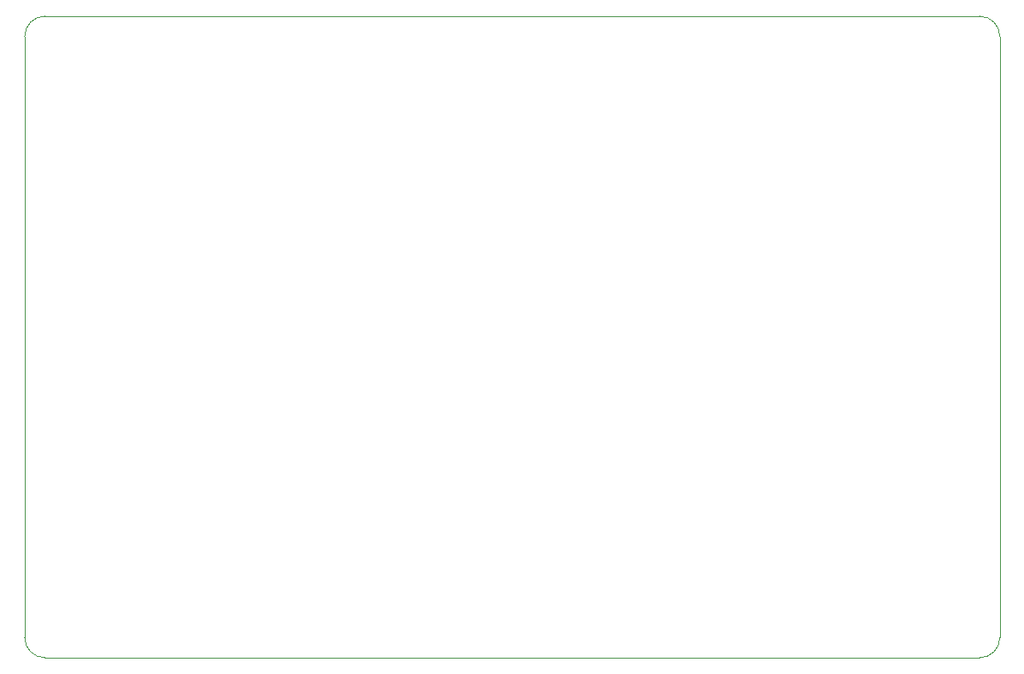
<source format=gm1>
G04 #@! TF.GenerationSoftware,KiCad,Pcbnew,8.0.2*
G04 #@! TF.CreationDate,2024-09-13T22:39:51+09:00*
G04 #@! TF.ProjectId,rp2c02-rp2040,72703263-3032-42d7-9270-323034302e6b,rev?*
G04 #@! TF.SameCoordinates,Original*
G04 #@! TF.FileFunction,Profile,NP*
%FSLAX46Y46*%
G04 Gerber Fmt 4.6, Leading zero omitted, Abs format (unit mm)*
G04 Created by KiCad (PCBNEW 8.0.2) date 2024-09-13 22:39:51*
%MOMM*%
%LPD*%
G01*
G04 APERTURE LIST*
G04 #@! TA.AperFunction,Profile*
%ADD10C,0.050000*%
G04 #@! TD*
G04 APERTURE END LIST*
D10*
X159290000Y-116840000D02*
X66770000Y-116840000D01*
X64770000Y-55340000D02*
G75*
G02*
X66770000Y-53340000I2000000J0D01*
G01*
X161290000Y-114840000D02*
G75*
G02*
X159290000Y-116840000I-2000000J0D01*
G01*
X159290000Y-53340000D02*
G75*
G02*
X161290000Y-55340000I0J-2000000D01*
G01*
X66770000Y-116840000D02*
G75*
G02*
X64770000Y-114840000I0J2000000D01*
G01*
X64770000Y-114840000D02*
X64770000Y-55340000D01*
X66770000Y-53340000D02*
X159290000Y-53340000D01*
X161290000Y-55340000D02*
X161290000Y-114840000D01*
M02*

</source>
